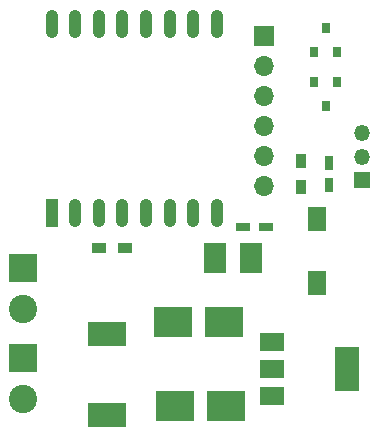
<source format=gts>
G04 #@! TF.GenerationSoftware,KiCad,Pcbnew,(2017-11-08 revision cd21218)-HEAD*
G04 #@! TF.CreationDate,2018-02-20T18:29:19+02:00*
G04 #@! TF.ProjectId,ws281x_led_strip_controller,7773323831785F6C65645F7374726970,rev?*
G04 #@! TF.SameCoordinates,Original*
G04 #@! TF.FileFunction,Soldermask,Top*
G04 #@! TF.FilePolarity,Negative*
%FSLAX46Y46*%
G04 Gerber Fmt 4.6, Leading zero omitted, Abs format (unit mm)*
G04 Created by KiCad (PCBNEW (2017-11-08 revision cd21218)-HEAD) date Tue Feb 20 18:29:19 2018*
%MOMM*%
%LPD*%
G01*
G04 APERTURE LIST*
%ADD10O,1.350000X1.350000*%
%ADD11R,1.350000X1.350000*%
%ADD12R,3.200000X2.500000*%
%ADD13R,2.000000X1.500000*%
%ADD14R,2.000000X3.800000*%
%ADD15R,0.750000X1.200000*%
%ADD16R,1.200000X0.750000*%
%ADD17R,1.950000X2.500000*%
%ADD18R,3.197860X1.998980*%
%ADD19R,1.700000X1.700000*%
%ADD20O,1.700000X1.700000*%
%ADD21R,0.800000X0.900000*%
%ADD22R,1.200000X0.900000*%
%ADD23R,0.900000X1.200000*%
%ADD24R,1.600000X2.000000*%
%ADD25O,1.100000X2.400000*%
%ADD26R,1.100000X2.400000*%
%ADD27C,2.400000*%
%ADD28R,2.400000X2.400000*%
G04 APERTURE END LIST*
D10*
X146000000Y-67000000D03*
X146000000Y-69000000D03*
D11*
X146000000Y-71000000D03*
D12*
X134450000Y-90100000D03*
X130150000Y-90100000D03*
X130000000Y-83000000D03*
X134300000Y-83000000D03*
D13*
X138400000Y-84650000D03*
X138400000Y-89250000D03*
X138400000Y-86950000D03*
D14*
X144700000Y-86950000D03*
D15*
X143200000Y-71400000D03*
X143200000Y-69500000D03*
D16*
X137850000Y-74950000D03*
X135950000Y-74950000D03*
D17*
X133525000Y-77600000D03*
X136575000Y-77600000D03*
D18*
X124400000Y-90848520D03*
X124400000Y-84051480D03*
D19*
X137700000Y-58800000D03*
D20*
X137700000Y-61340000D03*
X137700000Y-63880000D03*
X137700000Y-66420000D03*
X137700000Y-68960000D03*
X137700000Y-71500000D03*
D21*
X142900000Y-64700000D03*
X141950000Y-62700000D03*
X143850000Y-62700000D03*
X141950000Y-60100000D03*
X143850000Y-60100000D03*
X142900000Y-58100000D03*
D22*
X123700000Y-76700000D03*
X125900000Y-76700000D03*
D23*
X140800000Y-69350000D03*
X140800000Y-71550000D03*
D24*
X142200000Y-79650000D03*
X142200000Y-74250000D03*
D25*
X119700000Y-57800000D03*
X121700000Y-57800000D03*
X123700000Y-57800000D03*
X125700000Y-57800000D03*
X127700000Y-57800000D03*
X129700000Y-57800000D03*
X131700000Y-57800000D03*
X133700000Y-57800000D03*
X133700000Y-73800000D03*
X131700000Y-73800000D03*
X129700000Y-73800000D03*
X127700000Y-73800000D03*
X125700000Y-73800000D03*
X123700000Y-73800000D03*
X121700000Y-73800000D03*
D26*
X119700000Y-73800000D03*
D27*
X117300000Y-81900000D03*
D28*
X117300000Y-78400000D03*
X117300000Y-86000000D03*
D27*
X117300000Y-89500000D03*
M02*

</source>
